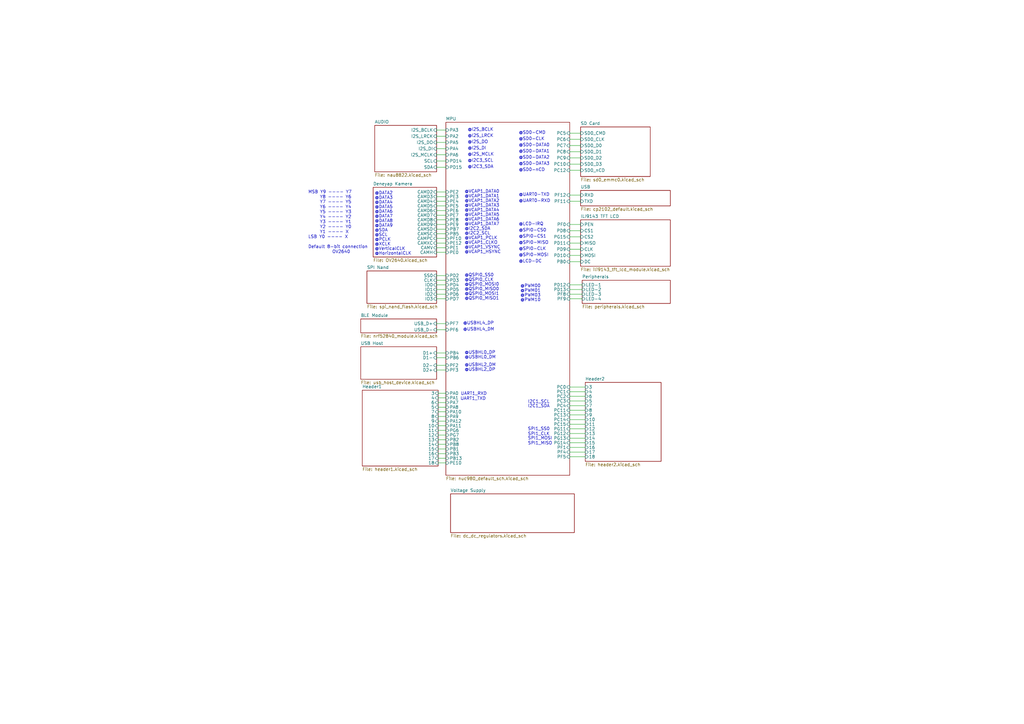
<source format=kicad_sch>
(kicad_sch
	(version 20231120)
	(generator "eeschema")
	(generator_version "8.0")
	(uuid "e63e39d7-6ac0-4ffd-8aa3-1841a4541b55")
	(paper "A3")
	(title_block
		(title "Linux-Core-Board V2")
		(date "2024-05-30")
		(rev "v1.0.2")
		(comment 1 "Author : Turgay HOPAL")
	)
	(lib_symbols)
	(wire
		(pts
			(xy 233.68 168.275) (xy 240.03 168.275)
		)
		(stroke
			(width 0)
			(type default)
		)
		(uuid "0321adb0-fb9b-4bd6-9c85-cdba61160fec")
	)
	(wire
		(pts
			(xy 179.705 182.245) (xy 182.88 182.245)
		)
		(stroke
			(width 0)
			(type default)
		)
		(uuid "065981aa-cd11-4cd2-b6d6-2dfaf1952857")
	)
	(wire
		(pts
			(xy 179.07 95.885) (xy 182.88 95.885)
		)
		(stroke
			(width 0)
			(type default)
		)
		(uuid "07284362-775e-402f-8f22-dcc687533e8f")
	)
	(wire
		(pts
			(xy 179.07 151.765) (xy 182.88 151.765)
		)
		(stroke
			(width 0)
			(type default)
		)
		(uuid "074cc05a-7fb4-4059-afe9-d8adf9735054")
	)
	(wire
		(pts
			(xy 179.07 132.715) (xy 182.88 132.715)
		)
		(stroke
			(width 0)
			(type default)
		)
		(uuid "112338a9-9a35-4209-b59e-bf40181c18d8")
	)
	(wire
		(pts
			(xy 179.07 88.265) (xy 182.88 88.265)
		)
		(stroke
			(width 0)
			(type default)
		)
		(uuid "11ad343a-ea40-420e-8d83-80221d40ab93")
	)
	(wire
		(pts
			(xy 179.07 118.745) (xy 182.88 118.745)
		)
		(stroke
			(width 0)
			(type default)
		)
		(uuid "1239fcdf-cd07-4d38-9cc0-570657531eb7")
	)
	(wire
		(pts
			(xy 179.07 80.645) (xy 182.88 80.645)
		)
		(stroke
			(width 0)
			(type default)
		)
		(uuid "138133c9-52ff-4f0f-aebf-6b5ba925becc")
	)
	(wire
		(pts
			(xy 233.68 162.56) (xy 240.03 162.56)
		)
		(stroke
			(width 0)
			(type default)
		)
		(uuid "170bc510-bd77-4d32-9f62-b752bea8a166")
	)
	(wire
		(pts
			(xy 179.705 165.1) (xy 182.88 165.1)
		)
		(stroke
			(width 0)
			(type default)
		)
		(uuid "18873536-713a-4a51-979c-ecccb31a2fbb")
	)
	(wire
		(pts
			(xy 233.68 118.745) (xy 238.76 118.745)
		)
		(stroke
			(width 0)
			(type default)
		)
		(uuid "19e204e8-b0ff-4323-bd71-2aeaeb42500b")
	)
	(wire
		(pts
			(xy 179.07 60.96) (xy 182.88 60.96)
		)
		(stroke
			(width 0)
			(type default)
		)
		(uuid "1df303ef-81dd-4f2d-b278-481c92a7a2b7")
	)
	(wire
		(pts
			(xy 179.07 84.455) (xy 182.88 84.455)
		)
		(stroke
			(width 0)
			(type default)
		)
		(uuid "1f03b31c-d7e6-4217-82be-6ec62fbdedf6")
	)
	(wire
		(pts
			(xy 233.68 187.325) (xy 240.03 187.325)
		)
		(stroke
			(width 0)
			(type default)
		)
		(uuid "1f696e66-b0b4-4989-b8ec-759ebd29bf02")
	)
	(wire
		(pts
			(xy 233.68 170.18) (xy 240.03 170.18)
		)
		(stroke
			(width 0)
			(type default)
		)
		(uuid "2595b05e-a3c0-4a7d-8374-3092c92eaad7")
	)
	(wire
		(pts
			(xy 233.68 164.465) (xy 240.03 164.465)
		)
		(stroke
			(width 0)
			(type default)
		)
		(uuid "2b4d4ae7-e086-4517-8501-a3945daef1a3")
	)
	(wire
		(pts
			(xy 179.07 55.88) (xy 182.88 55.88)
		)
		(stroke
			(width 0)
			(type default)
		)
		(uuid "2c415ada-4029-4f1b-9ce3-b5de38909bf2")
	)
	(wire
		(pts
			(xy 233.68 57.15) (xy 238.125 57.15)
		)
		(stroke
			(width 0)
			(type default)
		)
		(uuid "2cf3e15d-5ae7-4b69-9bf0-3de53a8eaa4e")
	)
	(wire
		(pts
			(xy 233.68 181.61) (xy 240.03 181.61)
		)
		(stroke
			(width 0)
			(type default)
		)
		(uuid "2debed2b-5b2d-41e8-9b74-04aea85fa9e3")
	)
	(wire
		(pts
			(xy 179.705 172.72) (xy 182.88 172.72)
		)
		(stroke
			(width 0)
			(type default)
		)
		(uuid "2ec450fd-b677-4ad7-a958-13c3ba91bda3")
	)
	(wire
		(pts
			(xy 179.07 135.255) (xy 182.88 135.255)
		)
		(stroke
			(width 0)
			(type default)
		)
		(uuid "32b510c3-54d7-44bb-a637-7c76caae1b08")
	)
	(wire
		(pts
			(xy 179.07 116.84) (xy 182.88 116.84)
		)
		(stroke
			(width 0)
			(type default)
		)
		(uuid "357d4a2e-418a-451c-bab2-56b2c2d0df16")
	)
	(wire
		(pts
			(xy 233.68 158.75) (xy 240.03 158.75)
		)
		(stroke
			(width 0)
			(type default)
		)
		(uuid "37b0368b-fd8c-4fcd-9add-bc6ee770e99f")
	)
	(wire
		(pts
			(xy 179.07 149.86) (xy 182.88 149.86)
		)
		(stroke
			(width 0)
			(type default)
		)
		(uuid "38393200-ae30-4d9e-9ab6-88dcb260940a")
	)
	(wire
		(pts
			(xy 233.68 54.61) (xy 238.125 54.61)
		)
		(stroke
			(width 0)
			(type default)
		)
		(uuid "38b8fa2c-d839-499e-85a6-049eb8fc67da")
	)
	(wire
		(pts
			(xy 179.07 92.075) (xy 182.88 92.075)
		)
		(stroke
			(width 0)
			(type default)
		)
		(uuid "394bf138-7cca-472a-8665-622cdbe69a8c")
	)
	(wire
		(pts
			(xy 179.07 93.98) (xy 182.88 93.98)
		)
		(stroke
			(width 0)
			(type default)
		)
		(uuid "3a89b429-0473-4bfb-9c34-0fbcb5b408b0")
	)
	(wire
		(pts
			(xy 179.07 114.935) (xy 182.88 114.935)
		)
		(stroke
			(width 0)
			(type default)
		)
		(uuid "3ea95686-2d51-4aa4-82a6-5ae7e75813a1")
	)
	(wire
		(pts
			(xy 179.07 146.685) (xy 182.88 146.685)
		)
		(stroke
			(width 0)
			(type default)
		)
		(uuid "4e3c00c2-8df0-48b0-bf9d-ca8017dd77e5")
	)
	(wire
		(pts
			(xy 179.07 63.5) (xy 182.88 63.5)
		)
		(stroke
			(width 0)
			(type default)
		)
		(uuid "5149a085-0f90-4983-8b72-d11af1273cdd")
	)
	(wire
		(pts
			(xy 233.68 120.65) (xy 238.76 120.65)
		)
		(stroke
			(width 0)
			(type default)
		)
		(uuid "51bb89a5-4001-41d4-954a-5cceb798b4db")
	)
	(wire
		(pts
			(xy 233.68 102.235) (xy 238.125 102.235)
		)
		(stroke
			(width 0)
			(type default)
		)
		(uuid "585d3212-a3c9-4e4b-9e70-699cf5cc97bd")
	)
	(wire
		(pts
			(xy 233.68 82.55) (xy 238.125 82.55)
		)
		(stroke
			(width 0)
			(type default)
		)
		(uuid "5d187cab-239d-4341-81e1-20d58bb25c61")
	)
	(wire
		(pts
			(xy 233.68 59.69) (xy 238.125 59.69)
		)
		(stroke
			(width 0)
			(type default)
		)
		(uuid "5ddf7d78-3082-4b40-a3ac-176abdd0a5e0")
	)
	(wire
		(pts
			(xy 233.68 62.23) (xy 238.125 62.23)
		)
		(stroke
			(width 0)
			(type default)
		)
		(uuid "5ed3e6a4-6970-4c1e-843b-6aabbe5d5f5c")
	)
	(wire
		(pts
			(xy 179.705 187.96) (xy 182.88 187.96)
		)
		(stroke
			(width 0)
			(type default)
		)
		(uuid "5f073bca-e693-4f90-8b4b-b1558ee51967")
	)
	(wire
		(pts
			(xy 233.68 104.775) (xy 238.125 104.775)
		)
		(stroke
			(width 0)
			(type default)
		)
		(uuid "63914ce2-01d5-45cd-8c5a-b5a77d5c4a6d")
	)
	(wire
		(pts
			(xy 179.07 66.04) (xy 182.88 66.04)
		)
		(stroke
			(width 0)
			(type default)
		)
		(uuid "65d34188-aa8f-4c21-964e-c6d620d7cf84")
	)
	(wire
		(pts
			(xy 179.07 122.555) (xy 182.88 122.555)
		)
		(stroke
			(width 0)
			(type default)
		)
		(uuid "6c90bc9d-db8b-4979-b4c2-904421f0f481")
	)
	(wire
		(pts
			(xy 233.68 166.37) (xy 240.03 166.37)
		)
		(stroke
			(width 0)
			(type default)
		)
		(uuid "6d736950-d476-48a7-b6d0-4ef94efb1027")
	)
	(wire
		(pts
			(xy 233.68 94.615) (xy 238.125 94.615)
		)
		(stroke
			(width 0)
			(type default)
		)
		(uuid "6fec9653-4f4d-435f-bfb9-2726a899811d")
	)
	(wire
		(pts
			(xy 233.68 69.85) (xy 238.125 69.85)
		)
		(stroke
			(width 0)
			(type default)
		)
		(uuid "7372a668-1e06-4ddc-98ad-0b6fb29023bc")
	)
	(wire
		(pts
			(xy 179.07 99.695) (xy 182.88 99.695)
		)
		(stroke
			(width 0)
			(type default)
		)
		(uuid "796a623d-08ed-4d22-a2b4-d4a7b6f9cb48")
	)
	(wire
		(pts
			(xy 233.68 80.01) (xy 238.125 80.01)
		)
		(stroke
			(width 0)
			(type default)
		)
		(uuid "7a0793f7-6cc2-47b0-9acb-6e2e008e4ef6")
	)
	(wire
		(pts
			(xy 233.68 172.085) (xy 240.03 172.085)
		)
		(stroke
			(width 0)
			(type default)
		)
		(uuid "7da8793c-7163-4a79-a3af-908cfaea4adf")
	)
	(wire
		(pts
			(xy 179.07 101.6) (xy 182.88 101.6)
		)
		(stroke
			(width 0)
			(type default)
		)
		(uuid "7e079536-eff1-438f-8baa-640e2028979f")
	)
	(wire
		(pts
			(xy 179.705 184.15) (xy 182.88 184.15)
		)
		(stroke
			(width 0)
			(type default)
		)
		(uuid "81f8335e-a77c-4e22-b7f4-2df60bec6ffe")
	)
	(wire
		(pts
			(xy 233.68 122.555) (xy 238.76 122.555)
		)
		(stroke
			(width 0)
			(type default)
		)
		(uuid "82a084f6-7d6f-4780-9a2b-a9a6ddf81d72")
	)
	(wire
		(pts
			(xy 233.68 116.84) (xy 238.76 116.84)
		)
		(stroke
			(width 0)
			(type default)
		)
		(uuid "8491e617-23aa-4546-87c6-51e2db98b0a3")
	)
	(wire
		(pts
			(xy 179.705 180.34) (xy 182.88 180.34)
		)
		(stroke
			(width 0)
			(type default)
		)
		(uuid "85036263-2510-4f39-a830-0356ac07a26e")
	)
	(wire
		(pts
			(xy 179.705 186.055) (xy 182.88 186.055)
		)
		(stroke
			(width 0)
			(type default)
		)
		(uuid "873c2349-426c-45c9-9077-f377be5dfbb4")
	)
	(wire
		(pts
			(xy 233.68 67.31) (xy 238.125 67.31)
		)
		(stroke
			(width 0)
			(type default)
		)
		(uuid "88629a7b-dd7d-46d6-8f96-6cc196954553")
	)
	(wire
		(pts
			(xy 233.68 185.42) (xy 240.03 185.42)
		)
		(stroke
			(width 0)
			(type default)
		)
		(uuid "88852874-1050-47f4-9d88-9d689e859d77")
	)
	(wire
		(pts
			(xy 179.07 53.34) (xy 182.88 53.34)
		)
		(stroke
			(width 0)
			(type default)
		)
		(uuid "90b994b5-f780-40d8-9b63-5b992ff60321")
	)
	(wire
		(pts
			(xy 233.68 179.705) (xy 240.03 179.705)
		)
		(stroke
			(width 0)
			(type default)
		)
		(uuid "93131c79-1232-4545-96da-442457845549")
	)
	(wire
		(pts
			(xy 233.68 107.315) (xy 238.125 107.315)
		)
		(stroke
			(width 0)
			(type default)
		)
		(uuid "9954fcac-b37f-43be-a14a-cc9bac9f05ab")
	)
	(wire
		(pts
			(xy 179.07 82.55) (xy 182.88 82.55)
		)
		(stroke
			(width 0)
			(type default)
		)
		(uuid "9da7ec66-155a-4f64-83cc-d2bba8df8b33")
	)
	(wire
		(pts
			(xy 179.705 168.91) (xy 182.88 168.91)
		)
		(stroke
			(width 0)
			(type default)
		)
		(uuid "9e4ed2b6-0fa8-4a5d-b0e6-334ee6a2f670")
	)
	(wire
		(pts
			(xy 179.705 176.53) (xy 182.88 176.53)
		)
		(stroke
			(width 0)
			(type default)
		)
		(uuid "a0403233-789a-4fcc-8e7d-030a996e966f")
	)
	(wire
		(pts
			(xy 233.68 177.8) (xy 240.03 177.8)
		)
		(stroke
			(width 0)
			(type default)
		)
		(uuid "a3853144-e156-4604-b284-63d204d86297")
	)
	(wire
		(pts
			(xy 179.705 161.29) (xy 182.88 161.29)
		)
		(stroke
			(width 0)
			(type default)
		)
		(uuid "a47baf8f-1ffc-4df0-8060-e63279d9fb8c")
	)
	(wire
		(pts
			(xy 233.68 92.075) (xy 238.125 92.075)
		)
		(stroke
			(width 0)
			(type default)
		)
		(uuid "a860ef36-fc79-4c99-a9f8-75502cb52e4a")
	)
	(wire
		(pts
			(xy 179.07 58.42) (xy 182.88 58.42)
		)
		(stroke
			(width 0)
			(type default)
		)
		(uuid "b17a755d-b1fb-4da6-b375-d325e9b6af67")
	)
	(wire
		(pts
			(xy 179.07 78.74) (xy 182.88 78.74)
		)
		(stroke
			(width 0)
			(type default)
		)
		(uuid "b2611658-ca29-4df3-a743-9f7cda83f2af")
	)
	(wire
		(pts
			(xy 179.07 97.79) (xy 182.88 97.79)
		)
		(stroke
			(width 0)
			(type default)
		)
		(uuid "b9ea0086-2278-457c-bb1e-251c811fc5be")
	)
	(wire
		(pts
			(xy 179.07 113.03) (xy 182.88 113.03)
		)
		(stroke
			(width 0)
			(type default)
		)
		(uuid "ba7f6762-8262-401a-b66a-0ec7f9700469")
	)
	(wire
		(pts
			(xy 179.07 86.36) (xy 182.88 86.36)
		)
		(stroke
			(width 0)
			(type default)
		)
		(uuid "c1e6a9b3-5d23-4c6a-b509-8af9c5a1d866")
	)
	(wire
		(pts
			(xy 179.07 90.17) (xy 182.88 90.17)
		)
		(stroke
			(width 0)
			(type default)
		)
		(uuid "c3fac5ab-7148-40ae-a536-fd92ad0b1e0b")
	)
	(wire
		(pts
			(xy 179.705 189.865) (xy 182.88 189.865)
		)
		(stroke
			(width 0)
			(type default)
		)
		(uuid "c48e7213-3e11-4744-95ea-b4f0e1095276")
	)
	(wire
		(pts
			(xy 233.68 64.77) (xy 238.125 64.77)
		)
		(stroke
			(width 0)
			(type default)
		)
		(uuid "c7d0d943-145c-4284-9a34-396ea5cd6615")
	)
	(wire
		(pts
			(xy 233.68 160.655) (xy 240.03 160.655)
		)
		(stroke
			(width 0)
			(type default)
		)
		(uuid "c921493e-47a9-4ea8-bc0d-078b7473059b")
	)
	(wire
		(pts
			(xy 179.705 174.625) (xy 182.88 174.625)
		)
		(stroke
			(width 0)
			(type default)
		)
		(uuid "cb9c9e22-d297-4f86-a1ab-1985a03d3579")
	)
	(wire
		(pts
			(xy 179.07 120.65) (xy 182.88 120.65)
		)
		(stroke
			(width 0)
			(type default)
		)
		(uuid "cdfc3fd3-81cc-4e22-be37-a1706490444f")
	)
	(wire
		(pts
			(xy 179.07 68.58) (xy 182.88 68.58)
		)
		(stroke
			(width 0)
			(type default)
		)
		(uuid "d47e9a23-13d3-48a5-a96f-c9b3dc9558ad")
	)
	(wire
		(pts
			(xy 179.07 103.505) (xy 182.88 103.505)
		)
		(stroke
			(width 0)
			(type default)
		)
		(uuid "de4c379f-53bb-4618-9b31-0c50677718c3")
	)
	(wire
		(pts
			(xy 233.68 99.695) (xy 238.125 99.695)
		)
		(stroke
			(width 0)
			(type default)
		)
		(uuid "dfd878b6-5c09-4e82-8ed7-ae1a567ef17c")
	)
	(wire
		(pts
			(xy 179.705 170.815) (xy 182.88 170.815)
		)
		(stroke
			(width 0)
			(type default)
		)
		(uuid "e11d84a4-c015-4b61-a9b5-d560e0ad399c")
	)
	(wire
		(pts
			(xy 179.07 144.78) (xy 182.88 144.78)
		)
		(stroke
			(width 0)
			(type default)
		)
		(uuid "e7d38c25-26b5-4323-aaa0-74a89b0bc818")
	)
	(wire
		(pts
			(xy 179.705 178.435) (xy 182.88 178.435)
		)
		(stroke
			(width 0)
			(type default)
		)
		(uuid "eba98e7f-7016-4211-a84a-ac5ff55cda23")
	)
	(wire
		(pts
			(xy 233.68 97.155) (xy 238.125 97.155)
		)
		(stroke
			(width 0)
			(type default)
		)
		(uuid "edb1ec1f-0159-4104-b486-f2fd8664432f")
	)
	(wire
		(pts
			(xy 233.68 173.99) (xy 240.03 173.99)
		)
		(stroke
			(width 0)
			(type default)
		)
		(uuid "ef7ba420-f8f4-41df-848d-84638dcf84ef")
	)
	(wire
		(pts
			(xy 233.68 175.895) (xy 240.03 175.895)
		)
		(stroke
			(width 0)
			(type default)
		)
		(uuid "f590c7c7-0065-4dd4-b5b4-48d810f60e1e")
	)
	(wire
		(pts
			(xy 179.705 167.005) (xy 182.88 167.005)
		)
		(stroke
			(width 0)
			(type default)
		)
		(uuid "f9aa88f2-2983-425a-81d7-03ef2ddd9831")
	)
	(wire
		(pts
			(xy 233.68 183.515) (xy 240.03 183.515)
		)
		(stroke
			(width 0)
			(type default)
		)
		(uuid "fa982cb9-8e03-4254-8a50-fde41d600420")
	)
	(wire
		(pts
			(xy 179.705 163.195) (xy 182.88 163.195)
		)
		(stroke
			(width 0)
			(type default)
		)
		(uuid "fdc30770-9eea-45c3-9ff0-6cca5500aad4")
	)
	(text "@SD0-DATA0"
		(exclude_from_sim no)
		(at 212.725 60.325 0)
		(effects
			(font
				(size 1.27 1.27)
			)
			(justify left bottom)
		)
		(uuid "039ff179-6801-45f5-a5e3-35a9818ffd29")
	)
	(text "@USBHL2_DP"
		(exclude_from_sim no)
		(at 190.5 152.4 0)
		(effects
			(font
				(size 1.27 1.27)
			)
			(justify left bottom)
		)
		(uuid "0a0bbe97-59fc-4dd4-8855-30fb504e3369")
	)
	(text "@USBHL2_DM"
		(exclude_from_sim no)
		(at 190.5 150.495 0)
		(effects
			(font
				(size 1.27 1.27)
			)
			(justify left bottom)
		)
		(uuid "0b78682e-ed28-416d-b16a-72e5690e09f1")
	)
	(text "@I2C2_SCL"
		(exclude_from_sim no)
		(at 190.5 96.52 0)
		(effects
			(font
				(size 1.27 1.27)
			)
			(justify left bottom)
		)
		(uuid "0da7dccb-7446-47e8-91b9-7d45ea439bb8")
	)
	(text "@USBHL0_DM\n"
		(exclude_from_sim no)
		(at 190.5 147.32 0)
		(effects
			(font
				(size 1.27 1.27)
			)
			(justify left bottom)
		)
		(uuid "0df529aa-c5d4-4e32-ba8a-149c85b9edd5")
	)
	(text "@DATA8"
		(exclude_from_sim no)
		(at 153.67 91.44 0)
		(effects
			(font
				(size 1.27 1.27)
			)
			(justify left bottom)
		)
		(uuid "1d9f6245-260c-4cc2-8f77-5853aa8af798")
	)
	(text "@PWM03"
		(exclude_from_sim no)
		(at 213.36 121.92 0)
		(effects
			(font
				(size 1.27 1.27)
			)
			(justify left bottom)
		)
		(uuid "22ecadc8-35e5-44d4-b4a9-ca2b9265c96e")
	)
	(text "@I2S_BCLK"
		(exclude_from_sim no)
		(at 191.77 53.975 0)
		(effects
			(font
				(size 1.27 1.27)
			)
			(justify left bottom)
		)
		(uuid "22fc0ef5-fecc-4f32-97e8-751a4656b080")
	)
	(text "@USBHL4_DP"
		(exclude_from_sim no)
		(at 189.865 133.35 0)
		(effects
			(font
				(size 1.27 1.27)
			)
			(justify left bottom)
		)
		(uuid "2491ca37-6891-4a7d-be50-ab93b0fa163d")
	)
	(text "@UART0-RXD"
		(exclude_from_sim no)
		(at 212.725 83.185 0)
		(effects
			(font
				(size 1.27 1.27)
			)
			(justify left bottom)
		)
		(uuid "25ffbc9d-afa5-4e99-8062-924bb5f69da5")
	)
	(text "@VCAP1_DATA7"
		(exclude_from_sim no)
		(at 190.5 92.71 0)
		(effects
			(font
				(size 1.27 1.27)
			)
			(justify left bottom)
		)
		(uuid "279fe32e-f134-4b62-9d2c-fef85ae5e414")
	)
	(text "@VCAP1_DATA6"
		(exclude_from_sim no)
		(at 190.5 90.805 0)
		(effects
			(font
				(size 1.27 1.27)
			)
			(justify left bottom)
		)
		(uuid "296aa612-ecdd-4635-a1a9-8ac29575e6e7")
	)
	(text "@QSPI0_CLK"
		(exclude_from_sim no)
		(at 190.5 115.57 0)
		(effects
			(font
				(size 1.27 1.27)
			)
			(justify left bottom)
		)
		(uuid "2b2e2812-70c1-40cd-8203-c96f175fe56a")
	)
	(text "@USBHL0_DP"
		(exclude_from_sim no)
		(at 190.5 145.415 0)
		(effects
			(font
				(size 1.27 1.27)
			)
			(justify left bottom)
		)
		(uuid "2bcbd9c6-171a-44ae-ba7e-2ff41f83ce3b")
	)
	(text "@VerticalCLK"
		(exclude_from_sim no)
		(at 153.67 102.87 0)
		(effects
			(font
				(size 1.27 1.27)
			)
			(justify left bottom)
		)
		(uuid "2dbcf116-8f4f-44c6-8400-ab546297192e")
	)
	(text "@LCD-DC"
		(exclude_from_sim no)
		(at 212.725 107.95 0)
		(effects
			(font
				(size 1.27 1.27)
			)
			(justify left bottom)
		)
		(uuid "2e1878a2-fd23-44e4-a2a4-600fb7073646")
	)
	(text "@SD0-nCD"
		(exclude_from_sim no)
		(at 212.725 70.485 0)
		(effects
			(font
				(size 1.27 1.27)
			)
			(justify left bottom)
		)
		(uuid "309bfd55-5358-4d2b-8728-c967c199aa7c")
	)
	(text "@XCLK"
		(exclude_from_sim no)
		(at 153.67 100.965 0)
		(effects
			(font
				(size 1.27 1.27)
			)
			(justify left bottom)
		)
		(uuid "3159a8f6-d979-4cbc-82b4-87a191bcf73e")
	)
	(text "@SPI0-MOSI"
		(exclude_from_sim no)
		(at 212.725 105.41 0)
		(effects
			(font
				(size 1.27 1.27)
			)
			(justify left bottom)
		)
		(uuid "329ac9cf-ad89-4fa8-947c-54283c09006b")
	)
	(text "@USBHL4_DM"
		(exclude_from_sim no)
		(at 189.865 135.89 0)
		(effects
			(font
				(size 1.27 1.27)
			)
			(justify left bottom)
		)
		(uuid "36e416ec-cf04-41a0-bde3-a4ff97589b8b")
	)
	(text "@QSPI0_SS0"
		(exclude_from_sim no)
		(at 190.5 113.665 0)
		(effects
			(font
				(size 1.27 1.27)
			)
			(justify left bottom)
		)
		(uuid "3f82d221-3e3c-4083-943d-ce2dbb5f2388")
	)
	(text "@SD0-CLK"
		(exclude_from_sim no)
		(at 212.725 57.785 0)
		(effects
			(font
				(size 1.27 1.27)
			)
			(justify left bottom)
		)
		(uuid "40c0b4cb-b10f-4dc1-b11a-f574addd34c0")
	)
	(text "@PWM10"
		(exclude_from_sim no)
		(at 213.36 123.825 0)
		(effects
			(font
				(size 1.27 1.27)
			)
			(justify left bottom)
		)
		(uuid "49185de8-d9a8-465a-a623-e9b2f98d05fe")
	)
	(text "@DATA5\n"
		(exclude_from_sim no)
		(at 153.67 85.725 0)
		(effects
			(font
				(size 1.27 1.27)
			)
			(justify left bottom)
		)
		(uuid "4b99f978-db4d-4bb6-aaeb-2944a58bca0d")
	)
	(text "@VCAP1_DATA2"
		(exclude_from_sim no)
		(at 190.5 83.185 0)
		(effects
			(font
				(size 1.27 1.27)
			)
			(justify left bottom)
		)
		(uuid "4d8a1ac3-ca51-4c2c-8688-51d7a5d8b5e7")
	)
	(text "@SD0-DATA3"
		(exclude_from_sim no)
		(at 212.725 67.945 0)
		(effects
			(font
				(size 1.27 1.27)
			)
			(justify left bottom)
		)
		(uuid "5a58284e-4ae6-4d3a-acd7-64b5fbd73b04")
	)
	(text "I2C1_SDA"
		(exclude_from_sim no)
		(at 220.98 166.624 0)
		(effects
			(font
				(size 1.27 1.27)
			)
		)
		(uuid "650ff70b-9d3a-4a56-90ab-e945a08123ef")
	)
	(text "@VCAP1_CLKO"
		(exclude_from_sim no)
		(at 190.5 100.33 0)
		(effects
			(font
				(size 1.27 1.27)
			)
			(justify left bottom)
		)
		(uuid "656651e4-1c2a-4a3e-b3f6-275d4d02a277")
	)
	(text "@QSPI0_MOSI0"
		(exclude_from_sim no)
		(at 190.5 117.475 0)
		(effects
			(font
				(size 1.27 1.27)
			)
			(justify left bottom)
		)
		(uuid "65e7c4ba-0b7a-4ae0-ade1-366b19a82ab7")
	)
	(text "@SD0-CMD"
		(exclude_from_sim no)
		(at 212.725 55.245 0)
		(effects
			(font
				(size 1.27 1.27)
			)
			(justify left bottom)
		)
		(uuid "6b018b3a-7058-4276-aacd-68bb31056d51")
	)
	(text "@SD0-DATA2"
		(exclude_from_sim no)
		(at 212.725 65.405 0)
		(effects
			(font
				(size 1.27 1.27)
			)
			(justify left bottom)
		)
		(uuid "7026e124-ec96-4ffe-b4d1-8f7a3c543be8")
	)
	(text "@SPI0-CLK"
		(exclude_from_sim no)
		(at 212.725 102.87 0)
		(effects
			(font
				(size 1.27 1.27)
			)
			(justify left bottom)
		)
		(uuid "7c690158-9d67-4234-b21e-5b1ad0dd4632")
	)
	(text "@QSPI0_MISO1"
		(exclude_from_sim no)
		(at 190.5 123.19 0)
		(effects
			(font
				(size 1.27 1.27)
			)
			(justify left bottom)
		)
		(uuid "7d1dfd37-60fa-4fec-ac7a-233fe33eb6bd")
	)
	(text "@I2S_DI"
		(exclude_from_sim no)
		(at 191.77 61.595 0)
		(effects
			(font
				(size 1.27 1.27)
			)
			(justify left bottom)
		)
		(uuid "7ed1dd70-934a-4745-8255-8ee85d9e670e")
	)
	(text "SPI1_SS0"
		(exclude_from_sim no)
		(at 220.98 176.022 0)
		(effects
			(font
				(size 1.27 1.27)
			)
		)
		(uuid "8354acd2-f4e1-4158-8a82-16660d87fb58")
	)
	(text "@VCAP1_HSYNC"
		(exclude_from_sim no)
		(at 190.5 104.14 0)
		(effects
			(font
				(size 1.27 1.27)
			)
			(justify left bottom)
		)
		(uuid "842402e6-2968-4386-b1c9-202e20b638d0")
	)
	(text "@HorizontalCLK"
		(exclude_from_sim no)
		(at 153.67 104.775 0)
		(effects
			(font
				(size 1.27 1.27)
			)
			(justify left bottom)
		)
		(uuid "85aebcef-abf5-4b29-aa3a-c5924446e3c5")
	)
	(text "@I2S_DO"
		(exclude_from_sim no)
		(at 191.77 59.055 0)
		(effects
			(font
				(size 1.27 1.27)
			)
			(justify left bottom)
		)
		(uuid "85af5489-fe01-480e-81a2-95814131bab5")
	)
	(text "@SPI0-MISO"
		(exclude_from_sim no)
		(at 212.725 100.33 0)
		(effects
			(font
				(size 1.27 1.27)
			)
			(justify left bottom)
		)
		(uuid "8749a864-dc65-4b5c-9fa7-3ceb027021f2")
	)
	(text "@DATA9"
		(exclude_from_sim no)
		(at 153.67 93.345 0)
		(effects
			(font
				(size 1.27 1.27)
			)
			(justify left bottom)
		)
		(uuid "8ad14fca-22cb-4699-978d-4665661f5166")
	)
	(text "SPI1_MOSI"
		(exclude_from_sim no)
		(at 221.488 179.832 0)
		(effects
			(font
				(size 1.27 1.27)
			)
		)
		(uuid "9015113f-ff60-459a-a47c-41f1a8504ff9")
	)
	(text "@DATA4"
		(exclude_from_sim no)
		(at 153.67 83.82 0)
		(effects
			(font
				(size 1.27 1.27)
			)
			(justify left bottom)
		)
		(uuid "90a5eedb-6cd4-4101-ad2c-e6250c92253c")
	)
	(text "@SD0-DATA1\n"
		(exclude_from_sim no)
		(at 212.725 62.865 0)
		(effects
			(font
				(size 1.27 1.27)
			)
			(justify left bottom)
		)
		(uuid "9bca1d52-924f-4ea6-8b36-4ab2a34eeed6")
	)
	(text "@I2C3_SCL"
		(exclude_from_sim no)
		(at 191.77 66.675 0)
		(effects
			(font
				(size 1.27 1.27)
			)
			(justify left bottom)
		)
		(uuid "9e92211c-479b-4249-95a8-672cafb393ba")
	)
	(text "@VCAP1_DATA4"
		(exclude_from_sim no)
		(at 190.5 86.995 0)
		(effects
			(font
				(size 1.27 1.27)
			)
			(justify left bottom)
		)
		(uuid "a32ec9b6-2af9-4469-9e38-6485c933504a")
	)
	(text "@PWM01"
		(exclude_from_sim no)
		(at 213.36 120.015 0)
		(effects
			(font
				(size 1.27 1.27)
			)
			(justify left bottom)
		)
		(uuid "a35f4fa7-7c97-45de-886c-46eaffea4b2a")
	)
	(text "SPI1_CLK"
		(exclude_from_sim no)
		(at 220.98 178.054 0)
		(effects
			(font
				(size 1.27 1.27)
			)
		)
		(uuid "a52e44b8-d045-4203-a613-ef4bab58475d")
	)
	(text "@VCAP1_DATA3"
		(exclude_from_sim no)
		(at 190.5 85.09 0)
		(effects
			(font
				(size 1.27 1.27)
			)
			(justify left bottom)
		)
		(uuid "aa2f690c-bfee-4b2b-b493-a86016a8076a")
	)
	(text "@QSPI0_MOSI1"
		(exclude_from_sim no)
		(at 190.5 121.285 0)
		(effects
			(font
				(size 1.27 1.27)
			)
			(justify left bottom)
		)
		(uuid "ab93e2b6-026b-478a-bafb-53d8e7a3ec83")
	)
	(text "@SPI0-CS1"
		(exclude_from_sim no)
		(at 212.725 97.79 0)
		(effects
			(font
				(size 1.27 1.27)
			)
			(justify left bottom)
		)
		(uuid "b52b7b17-e311-421c-8a43-4adb003953b0")
	)
	(text "UART1_TXD"
		(exclude_from_sim no)
		(at 194.056 163.576 0)
		(effects
			(font
				(size 1.27 1.27)
			)
		)
		(uuid "b73cdecb-d6e4-454b-9b39-5e0b2c32462f")
	)
	(text "@VCAP1_VSYNC"
		(exclude_from_sim no)
		(at 190.5 102.235 0)
		(effects
			(font
				(size 1.27 1.27)
			)
			(justify left bottom)
		)
		(uuid "b7af14e9-6f6e-49b5-886c-fa9f6186267e")
	)
	(text "@UART0-TXD"
		(exclude_from_sim no)
		(at 212.725 80.645 0)
		(effects
			(font
				(size 1.27 1.27)
			)
			(justify left bottom)
		)
		(uuid "bb54c2d3-821b-4e40-a25a-2550c4e05df8")
	)
	(text "@SPI0-CS0\n"
		(exclude_from_sim no)
		(at 212.725 95.25 0)
		(effects
			(font
				(size 1.27 1.27)
			)
			(justify left bottom)
		)
		(uuid "be0df7df-95fe-4308-bb07-c14ef6c5317c")
	)
	(text "@DATA6"
		(exclude_from_sim no)
		(at 153.67 87.63 0)
		(effects
			(font
				(size 1.27 1.27)
			)
			(justify left bottom)
		)
		(uuid "be875bf4-e6c5-43d9-9514-e602566fabab")
	)
	(text "@I2C2_SDA"
		(exclude_from_sim no)
		(at 190.5 94.615 0)
		(effects
			(font
				(size 1.27 1.27)
			)
			(justify left bottom)
		)
		(uuid "bfc0a13a-993c-4484-9600-1d3d7d83b987")
	)
	(text "@QSPI0_MISO0"
		(exclude_from_sim no)
		(at 190.5 119.38 0)
		(effects
			(font
				(size 1.27 1.27)
			)
			(justify left bottom)
		)
		(uuid "c069106e-b8e5-42cf-9ff4-ab9e855270e9")
	)
	(text "@DATA3\n"
		(exclude_from_sim no)
		(at 153.67 81.915 0)
		(effects
			(font
				(size 1.27 1.27)
			)
			(justify left bottom)
		)
		(uuid "c1c2cc54-3277-489e-b1cb-13ef98d4350f")
	)
	(text "@PCLK"
		(exclude_from_sim no)
		(at 153.67 99.06 0)
		(effects
			(font
				(size 1.27 1.27)
			)
			(justify left bottom)
		)
		(uuid "c3b00c05-758b-42cc-a176-641eb5d8982f")
	)
	(text "@I2S_LRCK"
		(exclude_from_sim no)
		(at 191.77 56.515 0)
		(effects
			(font
				(size 1.27 1.27)
			)
			(justify left bottom)
		)
		(uuid "c7f8b1dd-e138-41b4-a379-8e7ac202aba5")
	)
	(text "@SCL"
		(exclude_from_sim no)
		(at 153.67 97.155 0)
		(effects
			(font
				(size 1.27 1.27)
			)
			(justify left bottom)
		)
		(uuid "cb421cf5-7789-43f6-8d06-822672b4449f")
	)
	(text "MSB Y9 ---- Y7\n	Y8 ---- Y6\n	Y7 ---- Y5\n	Y6 ---- Y4\n	Y5 ---- Y3\n	Y4 ---- Y2\n	Y3 ---- Y1\n	Y2 ---- Y0\n	Y1 ---- X\nLSB Y0 ---- X\n\nDefault 8-bit connection\n		OV2640"
		(exclude_from_sim no)
		(at 126.365 104.14 0)
		(effects
			(font
				(size 1.27 1.27)
			)
			(justify left bottom)
		)
		(uuid "ccef4697-ea06-4ffe-8ddd-8cff5e248693")
	)
	(text "@I2C3_SDA"
		(exclude_from_sim no)
		(at 191.77 69.215 0)
		(effects
			(font
				(size 1.27 1.27)
			)
			(justify left bottom)
		)
		(uuid "cd2aa845-a955-418b-a48f-65ee4c4464dc")
	)
	(text "@VCAP1_DATA0"
		(exclude_from_sim no)
		(at 190.5 79.375 0)
		(effects
			(font
				(size 1.27 1.27)
			)
			(justify left bottom)
		)
		(uuid "cdce6715-1b6a-4e77-915d-f52a35783905")
	)
	(text "I2C1_SCL\n"
		(exclude_from_sim no)
		(at 220.98 164.846 0)
		(effects
			(font
				(size 1.27 1.27)
			)
		)
		(uuid "ce0eadaf-df62-48dd-84d1-b3eaafacaadb")
	)
	(text "@PWM00"
		(exclude_from_sim no)
		(at 213.36 118.11 0)
		(effects
			(font
				(size 1.27 1.27)
			)
			(justify left bottom)
		)
		(uuid "d4046af0-a2dd-446e-8f8c-741f8a2b8f38")
	)
	(text "@I2S_MCLK"
		(exclude_from_sim no)
		(at 191.77 64.135 0)
		(effects
			(font
				(size 1.27 1.27)
			)
			(justify left bottom)
		)
		(uuid "d41d6dfe-8018-4eaa-9a93-cd7f1a5add7f")
	)
	(text "UART1_RXD"
		(exclude_from_sim no)
		(at 194.31 161.544 0)
		(effects
			(font
				(size 1.27 1.27)
			)
		)
		(uuid "d49bc2fb-2d5e-4894-977a-093ef411b04d")
	)
	(text "@DATA2"
		(exclude_from_sim no)
		(at 153.67 80.01 0)
		(effects
			(font
				(size 1.27 1.27)
			)
			(justify left bottom)
		)
		(uuid "db4f08c4-0440-47aa-a95e-90d8729f5436")
	)
	(text "@VCAP1_PCLK"
		(exclude_from_sim no)
		(at 190.5 98.425 0)
		(effects
			(font
				(size 1.27 1.27)
			)
			(justify left bottom)
		)
		(uuid "e1ce6cbe-8b62-4f14-9e70-fc12b214f0f2")
	)
	(text "@VCAP1_DATA5"
		(exclude_from_sim no)
		(at 190.5 88.9 0)
		(effects
			(font
				(size 1.27 1.27)
			)
			(justify left bottom)
		)
		(uuid "e4ece3f4-2d2f-41fc-ba99-23cb1a6359c7")
	)
	(text "@DATA7\n"
		(exclude_from_sim no)
		(at 153.67 89.535 0)
		(effects
			(font
				(size 1.27 1.27)
			)
			(justify left bottom)
		)
		(uuid "eba6e263-8d13-4baa-90c6-0d0b3fac9a25")
	)
	(text "SPI1_MISO"
		(exclude_from_sim no)
		(at 221.488 181.864 0)
		(effects
			(font
				(size 1.27 1.27)
			)
		)
		(uuid "ee97127f-e1ca-4c4d-a317-0ad936e61b7e")
	)
	(text "@SDA"
		(exclude_from_sim no)
		(at 153.67 95.25 0)
		(effects
			(font
				(size 1.27 1.27)
			)
			(justify left bottom)
		)
		(uuid "f0534b61-07b7-4103-bd9f-4c665f38e12e")
	)
	(text "@VCAP1_DATA1\n"
		(exclude_from_sim no)
		(at 190.5 81.28 0)
		(effects
			(font
				(size 1.27 1.27)
			)
			(justify left bottom)
		)
		(uuid "f2ba3283-5251-4124-b186-747b136b332c")
	)
	(text "@LCD-IRQ"
		(exclude_from_sim no)
		(at 212.725 92.71 0)
		(effects
			(font
				(size 1.27 1.27)
			)
			(justify left bottom)
		)
		(uuid "fc0e24e5-a9ee-4714-830c-eb171fd37f0b")
	)
	(sheet
		(at 182.88 50.165)
		(size 50.8 144.78)
		(fields_autoplaced yes)
		(stroke
			(width 0.1524)
			(type solid)
		)
		(fill
			(color 0 0 0 0.0000)
		)
		(uuid "336ec01a-85b7-463e-8481-a3e5faca69d9")
		(property "Sheetname" "MPU"
			(at 182.88 49.4534 0)
			(effects
				(font
					(size 1.27 1.27)
				)
				(justify left bottom)
			)
		)
		(property "Sheetfile" "nuc980_default_sch.kicad_sch"
			(at 182.88 195.5296 0)
			(effects
				(font
					(size 1.27 1.27)
				)
				(justify left top)
			)
		)
		(pin "PD9" input
			(at 233.68 102.235 0)
			(effects
				(font
					(size 1.27 1.27)
				)
				(justify right)
			)
			(uuid "ffb84e45-157e-4f2d-933d-ac5e7ea2f1b0")
		)
		(pin "PD8" input
			(at 233.68 94.615 0)
			(effects
				(font
					(size 1.27 1.27)
				)
				(justify right)
			)
			(uuid "09d10026-cfca-433b-b3a9-df7715f8f359")
		)
		(pin "PB0" input
			(at 233.68 107.315 0)
			(effects
				(font
					(size 1.27 1.27)
				)
				(justify right)
			)
			(uuid "237736c8-3b30-4a52-a9e6-a48647a154f2")
		)
		(pin "PF0" input
			(at 233.68 92.075 0)
			(effects
				(font
					(size 1.27 1.27)
				)
				(justify right)
			)
			(uuid "395056c6-eb6d-4f91-88e9-e3ab13936a43")
		)
		(pin "PF12" input
			(at 233.68 80.01 0)
			(effects
				(font
					(size 1.27 1.27)
				)
				(justify right)
			)
			(uuid "d218a8a8-47fc-4945-93ae-7bf861aa1f2d")
		)
		(pin "PF10" input
			(at 182.88 97.79 180)
			(effects
				(font
					(size 1.27 1.27)
				)
				(justify left)
			)
			(uuid "a6900610-c43b-4087-bc70-872a0dab77ec")
		)
		(pin "PF11" input
			(at 233.68 82.55 0)
			(effects
				(font
					(size 1.27 1.27)
				)
				(justify right)
			)
			(uuid "caa1c318-577f-4730-b246-901ec02aee72")
		)
		(pin "PD10" input
			(at 233.68 104.775 0)
			(effects
				(font
					(size 1.27 1.27)
				)
				(justify right)
			)
			(uuid "b73073e6-e8bf-481e-8c10-a50a243aadf8")
		)
		(pin "PD11" input
			(at 233.68 99.695 0)
			(effects
				(font
					(size 1.27 1.27)
				)
				(justify right)
			)
			(uuid "bab9e50a-5ccf-40f2-97ad-7bd834962dde")
		)
		(pin "PD15" input
			(at 182.88 68.58 180)
			(effects
				(font
					(size 1.27 1.27)
				)
				(justify left)
			)
			(uuid "8bfd837f-b25d-4124-b691-cc491e84c632")
		)
		(pin "PD14" input
			(at 182.88 66.04 180)
			(effects
				(font
					(size 1.27 1.27)
				)
				(justify left)
			)
			(uuid "99724312-5168-4d27-a077-becdf05f866c")
		)
		(pin "PA3" input
			(at 182.88 53.34 180)
			(effects
				(font
					(size 1.27 1.27)
				)
				(justify left)
			)
			(uuid "dc2a6ca0-3b6c-4995-99fb-b0897bda8e9a")
		)
		(pin "PA5" input
			(at 182.88 58.42 180)
			(effects
				(font
					(size 1.27 1.27)
				)
				(justify left)
			)
			(uuid "cb12e016-552d-4907-bf88-526a052911c1")
		)
		(pin "PA4" input
			(at 182.88 60.96 180)
			(effects
				(font
					(size 1.27 1.27)
				)
				(justify left)
			)
			(uuid "3f486186-6361-4dcb-aac0-e276766b7b70")
		)
		(pin "PA2" input
			(at 182.88 55.88 180)
			(effects
				(font
					(size 1.27 1.27)
				)
				(justify left)
			)
			(uuid "2536f79c-ddcd-4d0a-9b8b-605fc1e9d0b1")
		)
		(pin "PA6" input
			(at 182.88 63.5 180)
			(effects
				(font
					(size 1.27 1.27)
				)
				(justify left)
			)
			(uuid "2ffdd541-544e-4613-aff3-8cbd8cdc8f2b")
		)
		(pin "PC8" input
			(at 233.68 62.23 0)
			(effects
				(font
					(size 1.27 1.27)
				)
				(justify right)
			)
			(uuid "3c689332-6608-4c5b-9266-7a5843c37063")
		)
		(pin "PC10" input
			(at 233.68 67.31 0)
			(effects
				(font
					(size 1.27 1.27)
				)
				(justify right)
			)
			(uuid "a1ebb0d2-4536-4ef9-b879-f3593ba9451d")
		)
		(pin "PC9" input
			(at 233.68 64.77 0)
			(effects
				(font
					(size 1.27 1.27)
				)
				(justify right)
			)
			(uuid "7eaf8162-eb6b-48c9-91c0-428795d3e6d8")
		)
		(pin "PC12" input
			(at 233.68 69.85 0)
			(effects
				(font
					(size 1.27 1.27)
				)
				(justify right)
			)
			(uuid "4cb049a8-3d4d-4c6c-94f5-9f08ceac5b3b")
		)
		(pin "PC5" input
			(at 233.68 54.61 0)
			(effects
				(font
					(size 1.27 1.27)
				)
				(justify right)
			)
			(uuid "74e42a27-696e-48cb-9f04-487e34e2b66b")
		)
		(pin "PC7" input
			(at 233.68 59.69 0)
			(effects
				(font
					(size 1.27 1.27)
				)
				(justify right)
			)
			(uuid "92e34473-c5e5-4776-b69e-da7962a6a13d")
		)
		(pin "PC6" input
			(at 233.68 57.15 0)
			(effects
				(font
					(size 1.27 1.27)
				)
				(justify right)
			)
			(uuid "145fe02a-25cd-47fb-9df4-a909352d1942")
		)
		(pin "PE7" input
			(at 182.88 88.265 180)
			(effects
				(font
					(size 1.27 1.27)
				)
				(justify left)
			)
			(uuid "69db7a25-25b9-4716-8d4e-3639292097e3")
		)
		(pin "PE4" input
			(at 182.88 82.55 180)
			(effects
				(font
					(size 1.27 1.27)
				)
				(justify left)
			)
			(uuid "2712bb77-0756-49ad-9226-7698d7c2d3cd")
		)
		(pin "PE1" input
			(at 182.88 101.6 180)
			(effects
				(font
					(size 1.27 1.27)
				)
				(justify left)
			)
			(uuid "7117fbca-b331-4619-9dfa-a609031d9302")
		)
		(pin "PE0" input
			(at 182.88 103.505 180)
			(effects
				(font
					(size 1.27 1.27)
				)
				(justify left)
			)
			(uuid "1b0985d3-87e9-41df-8e35-d87912bbb43b")
		)
		(pin "PE2" input
			(at 182.88 78.74 180)
			(effects
				(font
					(size 1.27 1.27)
				)
				(justify left)
			)
			(uuid "366df58f-97fa-4e38-80c9-2cffc86d3d91")
		)
		(pin "PE6" input
			(at 182.88 86.36 180)
			(effects
				(font
					(size 1.27 1.27)
				)
				(justify left)
			)
			(uuid "a527f349-b262-47dc-ad7f-1bf53daa000f")
		)
		(pin "PE5" input
			(at 182.88 84.455 180)
			(effects
				(font
					(size 1.27 1.27)
				)
				(justify left)
			)
			(uuid "379042a1-dbeb-48ae-a23a-fd26858847e2")
		)
		(pin "PE3" input
			(at 182.88 80.645 180)
			(effects
				(font
					(size 1.27 1.27)
				)
				(justify left)
			)
			(uuid "ff6a6095-7853-46a1-9ac1-5c7e9ad8f9b5")
		)
		(pin "PE12" input
			(at 182.88 99.695 180)
			(effects
				(font
					(size 1.27 1.27)
				)
				(justify left)
			)
			(uuid "d61fdd6b-1706-47e5-ae5d-e42a12870665")
		)
		(pin "PE8" input
			(at 182.88 90.17 180)
			(effects
				(font
					(size 1.27 1.27)
				)
				(justify left)
			)
			(uuid "38611115-9535-4c1c-b46c-d417132ef8e7")
		)
		(pin "PE10" input
			(at 182.88 189.865 180)
			(effects
				(font
					(size 1.27 1.27)
				)
				(justify left)
			)
			(uuid "9b8d6677-3bc0-482d-98fc-e078283cf23a")
		)
		(pin "PE9" input
			(at 182.88 92.075 180)
			(effects
				(font
					(size 1.27 1.27)
				)
				(justify left)
			)
			(uuid "985fd301-8806-4a27-b252-5d0466ef28dd")
		)
		(pin "PG11" input
			(at 233.68 175.895 0)
			(effects
				(font
					(size 1.27 1.27)
				)
				(justify right)
			)
			(uuid "3351fe90-1fd8-4067-a5c1-fb16b35ac9a8")
		)
		(pin "PG14" input
			(at 233.68 181.61 0)
			(effects
				(font
					(size 1.27 1.27)
				)
				(justify right)
			)
			(uuid "1fcbf007-6926-4cf0-8aee-e14366b24649")
		)
		(pin "PG15" input
			(at 233.68 97.155 0)
			(effects
				(font
					(size 1.27 1.27)
				)
				(justify right)
			)
			(uuid "432acc78-3ab8-49fa-9490-a9f8f65ebd6e")
		)
		(pin "PG13" input
			(at 233.68 179.705 0)
			(effects
				(font
					(size 1.27 1.27)
				)
				(justify right)
			)
			(uuid "d6843f59-b4a0-4d33-8844-8f6c1545f69c")
		)
		(pin "PG12" input
			(at 233.68 177.8 0)
			(effects
				(font
					(size 1.27 1.27)
				)
				(justify right)
			)
			(uuid "825acc12-628d-4200-b28f-e9e22ad22753")
		)
		(pin "PC15" input
			(at 233.68 173.99 0)
			(effects
				(font
					(size 1.27 1.27)
				)
				(justify right)
			)
			(uuid "1320231b-749e-46e1-886c-03e299485e92")
		)
		(pin "PC11" input
			(at 233.68 168.275 0)
			(effects
				(font
					(size 1.27 1.27)
				)
				(justify right)
			)
			(uuid "0ba440f3-b9b7-4ea2-9a14-2d6f6a8517a2")
		)
		(pin "PC14" input
			(at 233.68 172.085 0)
			(effects
				(font
					(size 1.27 1.27)
				)
				(justify right)
			)
			(uuid "f60cb1da-4ab3-4dc2-b4e4-26b84cdcdcaf")
		)
		(pin "PC13" input
			(at 233.68 170.18 0)
			(effects
				(font
					(size 1.27 1.27)
				)
				(justify right)
			)
			(uuid "c1ba28ce-8c39-4c8c-a418-e1a93d005548")
		)
		(pin "PA7" input
			(at 182.88 165.1 180)
			(effects
				(font
					(size 1.27 1.27)
				)
				(justify left)
			)
			(uuid "74544b0e-530b-42fb-a1bd-46b86c7e5fab")
		)
		(pin "PA0" input
			(at 182.88 161.29 180)
			(effects
				(font
					(size 1.27 1.27)
				)
				(justify left)
			)
			(uuid "d63839e6-ad1c-456b-835f-cc7e88e9a62e")
		)
		(pin "PA1" input
			(at 182.88 163.195 180)
			(effects
				(font
					(size 1.27 1.27)
				)
				(justify left)
			)
			(uuid "c1fc92a7-99c3-4259-9944-b70eea48e63a")
		)
		(pin "PA8" input
			(at 182.88 167.005 180)
			(effects
				(font
					(size 1.27 1.27)
				)
				(justify left)
			)
			(uuid "5415122f-2e95-42c0-8b8b-41a37586b204")
		)
		(pin "PA10" input
			(at 182.88 168.91 180)
			(effects
				(font
					(size 1.27 1.27)
				)
				(justify left)
			)
			(uuid "9e0665cd-48c3-457f-96ef-5fe81e38af40")
		)
		(pin "PA12" input
			(at 182.88 172.72 180)
			(effects
				(font
					(size 1.27 1.27)
				)
				(justify left)
			)
			(uuid "d6a80338-43bd-47e7-8abf-87d4fc8e4f51")
		)
		(pin "PA11" input
			(at 182.88 174.625 180)
			(effects
				(font
					(size 1.27 1.27)
				)
				(justify left)
			)
			(uuid "9151752b-4166-4964-a146-bcfd5abfbf6b")
		)
		(pin "PA9" input
			(at 182.88 170.815 180)
			(effects
				(font
					(size 1.27 1.27)
				)
				(justify left)
			)
			(uuid "779bf287-8145-4b41-96f1-f7f62b8a151f")
		)
		(pin "PC2" input
			(at 233.68 162.56 0)
			(effects
				(font
					(size 1.27 1.27)
				)
				(justify right)
			)
			(uuid "98d6f8f7-f4a5-4352-952d-42a0f72bb2de")
		)
		(pin "PC0" input
			(at 233.68 158.75 0)
			(effects
				(font
					(size 1.27 1.27)
				)
				(justify right)
			)
			(uuid "aa919cf1-72e6-4630-b6f2-a4da4b99bf29")
		)
		(pin "PC1" input
			(at 233.68 160.655 0)
			(effects
				(font
					(size 1.27 1.27)
				)
				(justify right)
			)
			(uuid "99e50a58-5dc0-44a8-a9d9-00ec418e43f3")
		)
		(pin "PC3" input
			(at 233.68 164.465 0)
			(effects
				(font
					(size 1.27 1.27)
				)
				(justify right)
			)
			(uuid "eb01ad35-759a-43de-a2d5-8cb7aac2516f")
		)
		(pin "PB13" input
			(at 182.88 187.96 180)
			(effects
				(font
					(size 1.27 1.27)
				)
				(justify left)
			)
			(uuid "bd3e017a-0e9c-4253-84b4-1c8f163a26ea")
		)
		(pin "PB3" input
			(at 182.88 186.055 180)
			(effects
				(font
					(size 1.27 1.27)
				)
				(justify left)
			)
			(uuid "33df12c4-02a1-4017-8134-fcd03500bbb4")
		)
		(pin "PB8" input
			(at 182.88 182.245 180)
			(effects
				(font
					(size 1.27 1.27)
				)
				(justify left)
			)
			(uuid "9ab16651-5fe0-49ae-8b1f-c4c911e6eec3")
		)
		(pin "PB2" input
			(at 182.88 180.34 180)
			(effects
				(font
					(size 1.27 1.27)
				)
				(justify left)
			)
			(uuid "dee94454-ac18-4764-a002-5fb1d7d330d5")
		)
		(pin "PD3" input
			(at 182.88 114.935 180)
			(effects
				(font
					(size 1.27 1.27)
				)
				(justify left)
			)
			(uuid "29c3fccd-71b8-447b-93f8-22a7186e30e0")
		)
		(pin "PD4" input
			(at 182.88 116.84 180)
			(effects
				(font
					(size 1.27 1.27)
				)
				(justify left)
			)
			(uuid "8e1841a6-cc50-48b0-9750-7a19160ae2a6")
		)
		(pin "PD2" input
			(at 182.88 113.03 180)
			(effects
				(font
					(size 1.27 1.27)
				)
				(justify left)
			)
			(uuid "ed979fc4-09d7-48ad-b77e-8e10213838b6")
		)
		(pin "PB1" input
			(at 182.88 184.15 180)
			(effects
				(font
					(size 1.27 1.27)
				)
				(justify left)
			)
			(uuid "b4caa985-8ca5-4562-8d0c-ac389c02ec5a")
		)
		(pin "PB4" input
			(at 182.88 144.78 180)
			(effects
				(font
					(size 1.27 1.27)
				)
				(justify left)
			)
			(uuid "f833c70d-2910-49aa-b598-4eb2d2eb6901")
		)
		(pin "PB5" input
			(at 182.88 95.885 180)
			(effects
				(font
					(size 1.27 1.27)
				)
				(justify left)
			)
			(uuid "b13cb3ee-a1bf-4f9f-b4df-b19211d269b2")
		)
		(pin "PB6" input
			(at 182.88 146.685 180)
			(effects
				(font
					(size 1.27 1.27)
				)
				(justify left)
			)
			(uuid "88f05775-23f7-4ee4-92db-64164c51e5bc")
		)
		(pin "PB7" input
			(at 182.88 93.98 180)
			(effects
				(font
					(size 1.27 1.27)
				)
				(justify left)
			)
			(uuid "68278508-10a3-4bcd-9f8c-71bd5ffe4141")
		)
		(pin "PC4" input
			(at 233.68 166.37 0)
			(effects
				(font
					(size 1.27 1.27)
				)
				(justify right)
			)
			(uuid "21a6cb68-f2b1-432f-b8d3-aa276425ef64")
		)
		(pin "PD6" input
			(at 182.88 120.65 180)
			(effects
				(font
					(size 1.27 1.27)
				)
				(justify left)
			)
			(uuid "4f6151bc-0db8-420a-b151-1b0006eeb18e")
		)
		(pin "PD7" input
			(at 182.88 122.555 180)
			(effects
				(font
					(size 1.27 1.27)
				)
				(justify left)
			)
			(uuid "ca4c548f-e5ac-498f-a048-6464c70cc2f8")
		)
		(pin "PD5" input
			(at 182.88 118.745 180)
			(effects
				(font
					(size 1.27 1.27)
				)
				(justify left)
			)
			(uuid "8b185a8c-e3fa-4aea-ba8e-6b9f7d9bc68d")
		)
		(pin "PF9" input
			(at 233.68 122.555 0)
			(effects
				(font
					(size 1.27 1.27)
				)
				(justify right)
			)
			(uuid "6e54e4b0-c83b-400a-a754-6c8a4937b27b")
		)
		(pin "PF1" input
			(at 233.68 183.515 0)
			(effects
				(font
					(size 1.27 1.27)
				)
				(justify right)
			)
			(uuid "306485e8-ea5d-4123-804b-f1552f15e5c2")
		)
		(pin "PF2" input
			(at 182.88 149.86 180)
			(effects
				(font
					(size 1.27 1.27)
				)
				(justify left)
			)
			(uuid "384e25a9-2767-43a8-a10f-00cfb665d623")
		)
		(pin "PF3" input
			(at 182.88 151.765 180)
			(effects
				(font
					(size 1.27 1.27)
				)
				(justify left)
			)
			(uuid "eefccc18-6623-4853-ab25-a62feab50b2d")
		)
		(pin "PD13" input
			(at 233.68 118.745 0)
			(effects
				(font
					(size 1.27 1.27)
				)
				(justify right)
			)
			(uuid "0be11957-4cf9-4b80-810c-b92041e96b52")
		)
		(pin "PD12" input
			(at 233.68 116.84 0)
			(effects
				(font
					(size 1.27 1.27)
				)
				(justify right)
			)
			(uuid "ba1523c1-db02-4bca-804b-6556c392c999")
		)
		(pin "PF7" input
			(at 182.88 132.715 180)
			(effects
				(font
					(size 1.27 1.27)
				)
				(justify left)
			)
			(uuid "fd734dda-e0c3-48b3-a8a3-2bf0623bd4d3")
		)
		(pin "PF8" input
			(at 233.68 120.65 0)
			(effects
				(font
					(size 1.27 1.27)
				)
				(justify right)
			)
			(uuid "21ff2f4f-0ec8-44bf-bfc4-f4d389b010af")
		)
		(pin "PF5" input
			(at 233.68 187.325 0)
			(effects
				(font
					(size 1.27 1.27)
				)
				(justify right)
			)
			(uuid "b44d9a61-3a31-40de-868d-5ae8ad45693b")
		)
		(pin "PF6" input
			(at 182.88 135.255 180)
			(effects
				(font
					(size 1.27 1.27)
				)
				(justify left)
			)
			(uuid "dbd4497e-ce64-497d-a371-b6fd7bc7a8d4")
		)
		(pin "PG6" input
			(at 182.88 176.53 180)
			(effects
				(font
					(size 1.27 1.27)
				)
				(justify left)
			)
			(uuid "20232781-4ed3-4360-bf19-2f67c87f428d")
		)
		(pin "PG7" input
			(at 182.88 178.435 180)
			(effects
				(font
					(size 1.27 1.27)
				)
				(justify left)
			)
			(uuid "93c59668-1950-4258-953d-7f23c6ddd1d5")
		)
		(pin "PF4" input
			(at 233.68 185.42 0)
			(effects
				(font
					(size 1.27 1.27)
				)
				(justify right)
			)
			(uuid "a6e6aa86-0603-4910-94e3-ac67b53f17f6")
		)
		(instances
			(project "LinuxCore-v2"
				(path "/e63e39d7-6ac0-4ffd-8aa3-1841a4541b55"
					(page "2")
				)
			)
		)
	)
	(sheet
		(at 238.125 52.07)
		(size 28.575 20.32)
		(fields_autoplaced yes)
		(stroke
			(width 0.1524)
			(type solid)
		)
		(fill
			(color 0 0 0 0.0000)
		)
		(uuid "3931a92c-420c-4c0c-bef9-dd8be71519a8")
		(property "Sheetname" "SD Card"
			(at 238.125 51.3584 0)
			(effects
				(font
					(size 1.27 1.27)
				)
				(justify left bottom)
			)
		)
		(property "Sheetfile" "sd0_emmc0.kicad_sch"
			(at 238.125 72.9746 0)
			(effects
				(font
					(size 1.27 1.27)
				)
				(justify left top)
			)
		)
		(pin "SD0_nCD" input
			(at 238.125 69.85 180)
			(effects
				(font
					(size 1.27 1.27)
				)
				(justify left)
			)
			(uuid "cc9e95f5-2d55-4445-a7f2-59a06e30ea00")
		)
		(pin "SD0_D0" input
			(at 238.125 59.69 180)
			(effects
				(font
					(size 1.27 1.27)
				)
				(justify left)
			)
			(uuid "8c86da79-2e2e-4596-a9cf-783b6489e456")
		)
		(pin "SD0_D2" input
			(at 238.125 64.77 180)
			(effects
				(font
					(size 1.27 1.27)
				)
				(justify left)
			)
			(uuid "1fff2787-f8af-4b68-93a0-a2a064303f69")
		)
		(pin "SD0_D3" input
			(at 238.125 67.31 180)
			(effects
				(font
					(size 1.27 1.27)
				)
				(justify left)
			)
			(uuid "caff9222-a1d5-4349-bf33-ec4790908059")
		)
		(pin "SD0_CLK" input
			(at 238.125 57.15 180)
			(effects
				(font
					(size 1.27 1.27)
				)
				(justify left)
			)
			(uuid "342f656d-3d57-4b03-aeff-82b8efeb01b1")
		)
		(pin "SD0_CMD" input
			(at 238.125 54.61 180)
			(effects
				(font
					(size 1.27 1.27)
				)
				(justify left)
			)
			(uuid "638d949b-0f79-403f-8fd2-e7041a57d9eb")
		)
		(pin "SD0_D1" input
			(at 238.125 62.23 180)
			(effects
				(font
					(size 1.27 1.27)
				)
				(justify left)
			)
			(uuid "9fb4f3e1-5e9e-4c2d-964e-2cac802653b2")
		)
		(instances
			(project "LinuxCore-v2"
				(path "/e63e39d7-6ac0-4ffd-8aa3-1841a4541b55"
					(page "5")
				)
			)
		)
	)
	(sheet
		(at 238.125 78.105)
		(size 36.83 6.35)
		(fields_autoplaced yes)
		(stroke
			(width 0.1524)
			(type solid)
		)
		(fill
			(color 0 0 0 0.0000)
		)
		(uuid "4a2c724b-c391-4266-acb8-136b7c117c1b")
		(property "Sheetname" "USB"
			(at 238.125 77.3934 0)
			(effects
				(font
					(size 1.27 1.27)
				)
				(justify left bottom)
			)
		)
		(property "Sheetfile" "cp2102_default.kicad_sch"
			(at 238.125 85.0396 0)
			(effects
				(font
					(size 1.27 1.27)
				)
				(justify left top)
			)
		)
		(pin "RXD" input
			(at 238.125 80.01 180)
			(effects
				(font
					(size 1.27 1.27)
				)
				(justify left)
			)
			(uuid "b0bede1d-1de5-483b-8bef-1ea63a66eafb")
		)
		(pin "TXD" input
			(at 238.125 82.55 180)
			(effects
				(font
					(size 1.27 1.27)
				)
				(justify left)
			)
			(uuid "20c94eff-3a21-4063-82d3-3304d1ae2eaf")
		)
		(instances
			(project "LinuxCore-v2"
				(path "/e63e39d7-6ac0-4ffd-8aa3-1841a4541b55"
					(page "3")
				)
			)
		)
	)
	(sheet
		(at 150.495 111.125)
		(size 28.575 13.335)
		(fields_autoplaced yes)
		(stroke
			(width 0.1524)
			(type solid)
		)
		(fill
			(color 0 0 0 0.0000)
		)
		(uuid "696eb0a6-40fb-474c-8077-3cedc4de906b")
		(property "Sheetname" "SPI Nand"
			(at 150.495 110.4134 0)
			(effects
				(font
					(size 1.27 1.27)
				)
				(justify left bottom)
			)
		)
		(property "Sheetfile" "spi_nand_flash.kicad_sch"
			(at 150.495 125.0446 0)
			(effects
				(font
					(size 1.27 1.27)
				)
				(justify left top)
			)
		)
		(pin "IO3" input
			(at 179.07 122.555 0)
			(effects
				(font
					(size 1.27 1.27)
				)
				(justify right)
			)
			(uuid "549602ec-7fda-46ac-b275-6fbb6027a2fd")
		)
		(pin "CLK" input
			(at 179.07 114.935 0)
			(effects
				(font
					(size 1.27 1.27)
				)
				(justify right)
			)
			(uuid "a9b97a51-4494-4b4d-a1d2-32d3cf6bd00c")
		)
		(pin "IO0" input
			(at 179.07 116.84 0)
			(effects
				(font
					(size 1.27 1.27)
				)
				(justify right)
			)
			(uuid "c792996d-f655-4fd2-b581-3b50aaefef86")
		)
		(pin "SS0" input
			(at 179.07 113.03 0)
			(effects
				(font
					(size 1.27 1.27)
				)
				(justify right)
			)
			(uuid "c8cd11c3-b951-4219-9e51-032ec8a82daa")
		)
		(pin "IO1" input
			(at 179.07 118.745 0)
			(effects
				(font
					(size 1.27 1.27)
				)
				(justify right)
			)
			(uuid "dbeb15aa-5086-4ff3-8c60-e95717a43856")
		)
		(pin "IO2" input
			(at 179.07 120.65 0)
			(effects
				(font
					(size 1.27 1.27)
				)
				(justify right)
			)
			(uuid "430748d8-1d4e-4525-ba78-8f51ba9784bb")
		)
		(instances
			(project "LinuxCore-v2"
				(path "/e63e39d7-6ac0-4ffd-8aa3-1841a4541b55"
					(page "9")
				)
			)
		)
	)
	(sheet
		(at 147.955 142.24)
		(size 31.115 13.335)
		(fields_autoplaced yes)
		(stroke
			(width 0.1524)
			(type solid)
		)
		(fill
			(color 0 0 0 0.0000)
		)
		(uuid "79b4de69-8944-4838-9640-64879eb421e5")
		(property "Sheetname" "USB Host"
			(at 147.955 141.5284 0)
			(effects
				(font
					(size 1.27 1.27)
				)
				(justify left bottom)
			)
		)
		(property "Sheetfile" "usb_host_device.kicad_sch"
			(at 147.955 156.1596 0)
			(effects
				(font
					(size 1.27 1.27)
				)
				(justify left top)
			)
		)
		(pin "D1+" input
			(at 179.07 144.78 0)
			(effects
				(font
					(size 1.27 1.27)
				)
				(justify right)
			)
			(uuid "2afbfc88-8e0a-42d6-99a0-5cf8b98ff20d")
		)
		(pin "D1-" input
			(at 179.07 146.685 0)
			(effects
				(font
					(size 1.27 1.27)
				)
				(justify right)
			)
			(uuid "bcb8d4b8-5620-4498-a804-76e4ec6b2854")
		)
		(pin "D2-" input
			(at 179.07 149.86 0)
			(effects
				(font
					(size 1.27 1.27)
				)
				(justify right)
			)
			(uuid "a2d86883-b249-4253-935d-bfb3b0722505")
		)
		(pin "D2+" input
			(at 179.07 151.765 0)
			(effects
				(font
					(size 1.27 1.27)
				)
				(justify right)
			)
			(uuid "7a530624-93d1-45e9-b1b4-225841821f5c")
		)
		(instances
			(project "LinuxCore-v2"
				(path "/e63e39d7-6ac0-4ffd-8aa3-1841a4541b55"
					(page "11")
				)
			)
		)
	)
	(sheet
		(at 153.035 76.835)
		(size 26.035 28.575)
		(fields_autoplaced yes)
		(stroke
			(width 0.1524)
			(type solid)
		)
		(fill
			(color 0 0 0 0.0000)
		)
		(uuid "8e27b429-67c8-49bc-873c-129130c94978")
		(property "Sheetname" "Deneyap Kamera"
			(at 153.035 76.1234 0)
			(effects
				(font
					(size 1.27 1.27)
				)
				(justify left bottom)
			)
		)
		(property "Sheetfile" "OV2640.kicad_sch"
			(at 153.035 105.9946 0)
			(effects
				(font
					(size 1.27 1.27)
				)
				(justify left top)
			)
		)
		(pin "CAMD7" input
			(at 179.07 88.265 0)
			(effects
				(font
					(size 1.27 1.27)
				)
				(justify right)
			)
			(uuid "44e83935-da15-4f36-a4b7-2e4e1b9b0e17")
		)
		(pin "CAMD6" input
			(at 179.07 86.36 0)
			(effects
				(font
					(size 1.27 1.27)
				)
				(justify right)
			)
			(uuid "8899fca0-4904-4503-835e-f67ce864cdb0")
		)
		(pin "CAMPC" input
			(at 179.07 97.79 0)
			(effects
				(font
					(size 1.27 1.27)
				)
				(justify right)
			)
			(uuid "21f09d85-f2a7-4b8d-aba2-3bb88aec6e9b")
		)
		(pin "CAMD2" input
			(at 179.07 78.74 0)
			(effects
				(font
					(size 1.27 1.27)
				)
				(justify right)
			)
			(uuid "eed1a2ae-7124-4ff8-b5d4-8b626c261737")
		)
		(pin "CAMD3" input
			(at 179.07 80.645 0)
			(effects
				(font
					(size 1.27 1.27)
				)
				(justify right)
			)
			(uuid "6d995c17-fb48-48de-a68c-756f5a0a5d3c")
		)
		(pin "CAMD5" input
			(at 179.07 84.455 0)
			(effects
				(font
					(size 1.27 1.27)
				)
				(justify right)
			)
			(uuid "36657ad8-6b12-45f4-8369-2ccd3a3138a1")
		)
		(pin "CAMD4" input
			(at 179.07 82.55 0)
			(effects
				(font
					(size 1.27 1.27)
				)
				(justify right)
			)
			(uuid "7e716758-8f8f-4061-b5b6-27ec9f4f9bf6")
		)
		(pin "CAMD8" input
			(at 179.07 90.17 0)
			(effects
				(font
					(size 1.27 1.27)
				)
				(justify right)
			)
			(uuid "def26c5e-fa52-4048-b96d-ce560f4a066e")
		)
		(pin "CAMXC" input
			(at 179.07 99.695 0)
			(effects
				(font
					(size 1.27 1.27)
				)
				(justify right)
			)
			(uuid "fd7e220a-2742-4fb3-a937-c3f0f3341c15")
		)
		(pin "CAMD9" input
			(at 179.07 92.075 0)
			(effects
				(font
					(size 1.27 1.27)
				)
				(justify right)
			)
			(uuid "c8f96951-d595-4339-8aa5-f724192f3806")
		)
		(pin "CAMSD" input
			(at 179.07 93.98 0)
			(effects
				(font
					(size 1.27 1.27)
				)
				(justify right)
			)
			(uuid "22145c75-46cf-4c00-9448-7263b9de1ad3")
		)
		(pin "CAMV" input
			(at 179.07 101.6 0)
			(effects
				(font
					(size 1.27 1.27)
				)
				(justify right)
			)
			(uuid "0fe92622-edaf-4649-a46a-93ccceefe2a3")
		)
		(pin "CAMSC" input
			(at 179.07 95.885 0)
			(effects
				(font
					(size 1.27 1.27)
				)
				(justify right)
			)
			(uuid "fb9dc91c-26f6-45c5-af28-43cdca22f477")
		)
		(pin "CAMH" input
			(at 179.07 103.505 0)
			(effects
				(font
					(size 1.27 1.27)
				)
				(justify right)
			)
			(uuid "1dafe495-0b89-4dfa-b4c7-3f26a91451e1")
		)
		(instances
			(project "LinuxCore-v2"
				(path "/e63e39d7-6ac0-4ffd-8aa3-1841a4541b55"
					(page "8")
				)
			)
		)
	)
	(sheet
		(at 184.785 202.565)
		(size 50.8 15.875)
		(fields_autoplaced yes)
		(stroke
			(width 0.1524)
			(type solid)
		)
		(fill
			(color 0 0 0 0.0000)
		)
		(uuid "9e452b42-de08-4b99-b338-90acb32d4e47")
		(property "Sheetname" "Voltage Supply"
			(at 184.785 201.8534 0)
			(effects
				(font
					(size 1.27 1.27)
				)
				(justify left bottom)
			)
		)
		(property "Sheetfile" "dc_dc_regulators.kicad_sch"
			(at 184.785 219.0246 0)
			(effects
				(font
					(size 1.27 1.27)
				)
				(justify left top)
			)
		)
		(instances
			(project "LinuxCore-v2"
				(path "/e63e39d7-6ac0-4ffd-8aa3-1841a4541b55"
					(page "4")
				)
			)
		)
	)
	(sheet
		(at 148.59 160.02)
		(size 31.115 31.115)
		(fields_autoplaced yes)
		(stroke
			(width 0.1524)
			(type solid)
		)
		(fill
			(color 0 0 0 0.0000)
		)
		(uuid "be3b7dd2-aaad-495e-ae46-add4c15492d7")
		(property "Sheetname" "Header1"
			(at 148.59 159.3084 0)
			(effects
				(font
					(size 1.27 1.27)
				)
				(justify left bottom)
			)
		)
		(property "Sheetfile" "header1.kicad_sch"
			(at 148.59 191.7196 0)
			(effects
				(font
					(size 1.27 1.27)
				)
				(justify left top)
			)
		)
		(pin "15" input
			(at 179.705 184.15 0)
			(effects
				(font
					(size 1.27 1.27)
				)
				(justify right)
			)
			(uuid "33c2dfd6-4454-4ada-bf31-9c10b2e221e6")
		)
		(pin "11" input
			(at 179.705 176.53 0)
			(effects
				(font
					(size 1.27 1.27)
				)
				(justify right)
			)
			(uuid "7bee4cad-0941-4fdc-9bf8-3565e291ca5d")
		)
		(pin "13" input
			(at 179.705 180.34 0)
			(effects
				(font
					(size 1.27 1.27)
				)
				(justify right)
			)
			(uuid "cd70877a-ad73-41c7-a422-f9495190f642")
		)
		(pin "17" input
			(at 179.705 187.96 0)
			(effects
				(font
					(size 1.27 1.27)
				)
				(justify right)
			)
			(uuid "e83c6698-1799-4111-b6c4-b0e46e7c33fd")
		)
		(pin "10" input
			(at 179.705 174.625 0)
			(effects
				(font
					(size 1.27 1.27)
				)
				(justify right)
			)
			(uuid "8ebf76a8-3edb-4700-874f-ca9f68c0e20d")
		)
		(pin "8" input
			(at 179.705 170.815 0)
			(effects
				(font
					(size 1.27 1.27)
				)
				(justify right)
			)
			(uuid "4f088df9-6f26-4bbd-9a0f-645eb2322a19")
		)
		(pin "6" input
			(at 179.705 165.1 0)
			(effects
				(font
					(size 1.27 1.27)
				)
				(justify right)
			)
			(uuid "a6d2d144-a3ac-4784-862d-151f9500edaf")
		)
		(pin "4" input
			(at 179.705 163.195 0)
			(effects
				(font
					(size 1.27 1.27)
				)
				(justify right)
			)
			(uuid "7ff5c328-2066-4a46-8698-e7c141967482")
		)
		(pin "7" input
			(at 179.705 168.91 0)
			(effects
				(font
					(size 1.27 1.27)
				)
				(justify right)
			)
			(uuid "c9b3f20d-9cd1-41ec-9a88-cb668747e5a6")
		)
		(pin "5" input
			(at 179.705 167.005 0)
			(effects
				(font
					(size 1.27 1.27)
				)
				(justify right)
			)
			(uuid "0487295e-a937-4b1e-87bf-78d11442c5ae")
		)
		(pin "3" input
			(at 179.705 161.29 0)
			(effects
				(font
					(size 1.27 1.27)
				)
				(justify right)
			)
			(uuid "165c51df-0f75-4fde-abef-880e94ed8d85")
		)
		(pin "9" input
			(at 179.705 172.72 0)
			(effects
				(font
					(size 1.27 1.27)
				)
				(justify right)
			)
			(uuid "64cdaa14-f1e3-46f4-807c-4b07c27bed6d")
		)
		(pin "12" input
			(at 179.705 178.435 0)
			(effects
				(font
					(size 1.27 1.27)
				)
				(justify right)
			)
			(uuid "da9c68a0-34b2-402d-962b-0c9991bf6ac6")
		)
		(pin "14" input
			(at 179.705 182.245 0)
			(effects
				(font
					(size 1.27 1.27)
				)
				(justify right)
			)
			(uuid "2437c857-0441-4e6f-8961-9a4a6266388f")
		)
		(pin "16" input
			(at 179.705 186.055 0)
			(effects
				(font
					(size 1.27 1.27)
				)
				(justify right)
			)
			(uuid "c05edeb7-837e-49b3-83e9-9296ee731868")
		)
		(pin "18" input
			(at 179.705 189.865 0)
			(effects
				(font
					(size 1.27 1.27)
				)
				(justify right)
			)
			(uuid "f9d99a86-0073-45fe-be18-5c03e111af84")
		)
		(instances
			(project "LinuxCore-v2"
				(path "/e63e39d7-6ac0-4ffd-8aa3-1841a4541b55"
					(page "13")
				)
			)
		)
	)
	(sheet
		(at 153.67 51.435)
		(size 25.4 19.05)
		(fields_autoplaced yes)
		(stroke
			(width 0.1524)
			(type solid)
		)
		(fill
			(color 0 0 0 0.0000)
		)
		(uuid "c1575fd6-3cdf-4ae6-9e1d-63d9b4c92c03")
		(property "Sheetname" "AUDIO"
			(at 153.67 50.7234 0)
			(effects
				(font
					(size 1.27 1.27)
				)
				(justify left bottom)
			)
		)
		(property "Sheetfile" "nau8822.kicad_sch"
			(at 153.67 71.0696 0)
			(effects
				(font
					(size 1.27 1.27)
				)
				(justify left top)
			)
		)
		(pin "I2S_BCLK" input
			(at 179.07 53.34 0)
			(effects
				(font
					(size 1.27 1.27)
				)
				(justify right)
			)
			(uuid "b11eec1b-d5f5-4d52-8c76-22c2182b2f26")
		)
		(pin "I2S_LRCK" input
			(at 179.07 55.88 0)
			(effects
				(font
					(size 1.27 1.27)
				)
				(justify right)
			)
			(uuid "12c8c001-cba8-4bb6-ba7d-823b42bf276a")
		)
		(pin "I2S_DO" input
			(at 179.07 58.42 0)
			(effects
				(font
					(size 1.27 1.27)
				)
				(justify right)
			)
			(uuid "057c78ba-9347-4797-b84d-fa0f3368ca0f")
		)
		(pin "I2S_DI" input
			(at 179.07 60.96 0)
			(effects
				(font
					(size 1.27 1.27)
				)
				(justify right)
			)
			(uuid "37ee5b8c-f8c3-4ac7-bb86-9bb655779f28")
		)
		(pin "I2S_MCLK" input
			(at 179.07 63.5 0)
			(effects
				(font
					(size 1.27 1.27)
				)
				(justify right)
			)
			(uuid "1714ab1f-cf53-4268-8e07-c53404d2037a")
		)
		(pin "SCL" input
			(at 179.07 66.04 0)
			(effects
				(font
					(size 1.27 1.27)
				)
				(justify right)
			)
			(uuid "24261505-1370-4365-8219-42674aee7370")
		)
		(pin "SDA" input
			(at 179.07 68.58 0)
			(effects
				(font
					(size 1.27 1.27)
				)
				(justify right)
			)
			(uuid "881f3f53-e236-4352-831b-9859a150d00b")
		)
		(instances
			(project "LinuxCore-v2"
				(path "/e63e39d7-6ac0-4ffd-8aa3-1841a4541b55"
					(page "7")
				)
			)
		)
	)
	(sheet
		(at 147.955 130.81)
		(size 31.115 5.715)
		(fields_autoplaced yes)
		(stroke
			(width 0.1524)
			(type solid)
		)
		(fill
			(color 0 0 0 0.0000)
		)
		(uuid "cc98a5ec-babc-4bd3-97a5-b21d9e01a79d")
		(property "Sheetname" "BLE Module"
			(at 147.955 130.0984 0)
			(effects
				(font
					(size 1.27 1.27)
				)
				(justify left bottom)
			)
		)
		(property "Sheetfile" "nrf52840_module.kicad_sch"
			(at 147.955 137.1096 0)
			(effects
				(font
					(size 1.27 1.27)
				)
				(justify left top)
			)
		)
		(pin "USB_D-" input
			(at 179.07 135.255 0)
			(effects
				(font
					(size 1.27 1.27)
				)
				(justify right)
			)
			(uuid "3793e6fa-d7ea-4df4-8fe8-011efaece741")
		)
		(pin "USB_D+" input
			(at 179.07 132.715 0)
			(effects
				(font
					(size 1.27 1.27)
				)
				(justify right)
			)
			(uuid "e10db973-339b-490e-bd65-e253669bc535")
		)
		(instances
			(project "LinuxCore-v2"
				(path "/e63e39d7-6ac0-4ffd-8aa3-1841a4541b55"
					(page "10")
				)
			)
		)
	)
	(sheet
		(at 240.03 156.845)
		(size 31.115 32.385)
		(fields_autoplaced yes)
		(stroke
			(width 0.1524)
			(type solid)
		)
		(fill
			(color 0 0 0 0.0000)
		)
		(uuid "daea1f9c-8c7d-4ce9-918e-b0960cc9a833")
		(property "Sheetname" "Header2"
			(at 240.03 156.1334 0)
			(effects
				(font
					(size 1.27 1.27)
				)
				(justify left bottom)
			)
		)
		(property "Sheetfile" "header2.kicad_sch"
			(at 240.03 189.8146 0)
			(effects
				(font
					(size 1.27 1.27)
				)
				(justify left top)
			)
		)
		(pin "8" input
			(at 240.03 168.275 180)
			(effects
				(font
					(size 1.27 1.27)
				)
				(justify left)
			)
			(uuid "98bfe844-1885-469f-994b-85e23c459cd3")
		)
		(pin "6" input
			(at 240.03 162.56 180)
			(effects
				(font
					(size 1.27 1.27)
				)
				(justify left)
			)
			(uuid "8a9fac0a-3cda-471b-b6f1-9cf1e9d1c589")
		)
		(pin "4" input
			(at 240.03 160.655 180)
			(effects
				(font
					(size 1.27 1.27)
				)
				(justify left)
			)
			(uuid "e5705cf9-1889-4a2e-b2c0-50908f05ad84")
		)
		(pin "15" input
			(at 240.03 181.61 180)
			(effects
				(font
					(size 1.27 1.27)
				)
				(justify left)
			)
			(uuid "1a4cf7f9-6b77-4d3d-bffa-9dfe56e6a01f")
		)
		(pin "17" input
			(at 240.03 185.42 180)
			(effects
				(font
					(size 1.27 1.27)
				)
				(justify left)
			)
			(uuid "8517d11c-b02e-4fde-8dc0-2ddb38658a2c")
		)
		(pin "13" input
			(at 240.03 177.8 180)
			(effects
				(font
					(size 1.27 1.27)
				)
				(justify left)
			)
			(uuid "d0feb920-1807-4b6f-b2d0-36025734a594")
		)
		(pin "11" input
			(at 240.03 173.99 180)
			(effects
				(font
					(size 1.27 1.27)
				)
				(justify left)
			)
			(uuid "b9da7a11-ccdd-4074-af5c-64cbac02d6d7")
		)
		(pin "14" input
			(at 240.03 179.705 180)
			(effects
				(font
					(size 1.27 1.27)
				)
				(justify left)
			)
			(uuid "e4b0e681-003f-40c2-ab5f-cabcfea25010")
		)
		(pin "10" input
			(at 240.03 172.085 180)
			(effects
				(font
					(size 1.27 1.27)
				)
				(justify left)
			)
			(uuid "35c2fbae-0be4-48d7-a885-70c748158e46")
		)
		(pin "12" input
			(at 240.03 175.895 180)
			(effects
				(font
					(size 1.27 1.27)
				)
				(justify left)
			)
			(uuid "5d01f027-e58d-4d3d-aacd-1b7932c9380b")
		)
		(pin "16" input
			(at 240.03 183.515 180)
			(effects
				(font
					(size 1.27 1.27)
				)
				(justify left)
			)
			(uuid "6f5d5bf1-1255-441c-b7b8-9aa2c81e7e09")
		)
		(pin "18" input
			(at 240.03 187.325 180)
			(effects
				(font
					(size 1.27 1.27)
				)
				(justify left)
			)
			(uuid "490ceb4c-40a5-47f6-8d22-affda5436a0f")
		)
		(pin "7" input
			(at 240.03 166.37 180)
			(effects
				(font
					(size 1.27 1.27)
				)
				(justify left)
			)
			(uuid "eb7f30ba-741d-40f8-8793-875f8ef2c54a")
		)
		(pin "5" input
			(at 240.03 164.465 180)
			(effects
				(font
					(size 1.27 1.27)
				)
				(justify left)
			)
			(uuid "34f4377f-c340-47f3-81b2-13f4fc8f0048")
		)
		(pin "3" input
			(at 240.03 158.75 180)
			(effects
				(font
					(size 1.27 1.27)
				)
				(justify left)
			)
			(uuid "1df4aa01-8256-4eea-8a68-3a7a59b0b299")
		)
		(pin "9" input
			(at 240.03 170.18 180)
			(effects
				(font
					(size 1.27 1.27)
				)
				(justify left)
			)
			(uuid "cb3a32c1-f694-4752-9b52-480c77439dec")
		)
		(instances
			(project "LinuxCore-v2"
				(path "/e63e39d7-6ac0-4ffd-8aa3-1841a4541b55"
					(page "14")
				)
			)
		)
	)
	(sheet
		(at 238.76 114.935)
		(size 36.195 9.525)
		(fields_autoplaced yes)
		(stroke
			(width 0.1524)
			(type solid)
		)
		(fill
			(color 0 0 0 0.0000)
		)
		(uuid "f0137f8b-0af3-406f-ad84-b90377a34b65")
		(property "Sheetname" "Peripherals"
			(at 238.76 114.2234 0)
			(effects
				(font
					(size 1.27 1.27)
				)
				(justify left bottom)
			)
		)
		(property "Sheetfile" "peripherals.kicad_sch"
			(at 238.76 125.0446 0)
			(effects
				(font
					(size 1.27 1.27)
				)
				(justify left top)
			)
		)
		(pin "LED-4" input
			(at 238.76 122.555 180)
			(effects
				(font
					(size 1.27 1.27)
				)
				(justify left)
			)
			(uuid "1a857586-0015-4df8-8f45-b9d75fc3eb8f")
		)
		(pin "LED-3" input
			(at 238.76 120.65 180)
			(effects
				(font
					(size 1.27 1.27)
				)
				(justify left)
			)
			(uuid "849b98fe-c2d6-4c8c-b018-997f1b9c588f")
		)
		(pin "LED-1" input
			(at 238.76 116.84 180)
			(effects
				(font
					(size 1.27 1.27)
				)
				(justify left)
			)
			(uuid "44e591db-a6db-4c88-bf6a-701682852819")
		)
		(pin "LED-2" input
			(at 238.76 118.745 180)
			(effects
				(font
					(size 1.27 1.27)
				)
				(justify left)
			)
			(uuid "c4d1b479-bcd8-48d9-bb33-a67b791dd270")
		)
		(instances
			(project "LinuxCore-v2"
				(path "/e63e39d7-6ac0-4ffd-8aa3-1841a4541b55"
					(page "12")
				)
			)
		)
	)
	(sheet
		(at 238.125 90.17)
		(size 36.83 19.05)
		(fields_autoplaced yes)
		(stroke
			(width 0.1524)
			(type solid)
		)
		(fill
			(color 0 0 0 0.0000)
		)
		(uuid "f4c76e46-1342-4eb0-bb09-cf2289af9393")
		(property "Sheetname" "ILI9143 TFT LCD"
			(at 238.125 89.4584 0)
			(effects
				(font
					(size 1.27 1.27)
				)
				(justify left bottom)
			)
		)
		(property "Sheetfile" "ili9143_tft_lcd_module.kicad_sch"
			(at 238.125 109.8046 0)
			(effects
				(font
					(size 1.27 1.27)
				)
				(justify left top)
			)
		)
		(pin "DC" input
			(at 238.125 107.315 180)
			(effects
				(font
					(size 1.27 1.27)
				)
				(justify left)
			)
			(uuid "0826fbed-4639-4394-a48f-148c5998fe44")
		)
		(pin "CS1" input
			(at 238.125 94.615 180)
			(effects
				(font
					(size 1.27 1.27)
				)
				(justify left)
			)
			(uuid "2ba6f5c7-ae4c-4a96-88b6-6d4d3ffa9849")
		)
		(pin "PEN" input
			(at 238.125 92.075 180)
			(effects
				(font
					(size 1.27 1.27)
				)
				(justify left)
			)
			(uuid "9b8fd405-b99c-4af4-a511-2e48ba1f3ccc")
		)
		(pin "CS2" input
			(at 238.125 97.155 180)
			(effects
				(font
					(size 1.27 1.27)
				)
				(justify left)
			)
			(uuid "c441aa13-3488-4105-8e90-088bcea69cbd")
		)
		(pin "MISO" input
			(at 238.125 99.695 180)
			(effects
				(font
					(size 1.27 1.27)
				)
				(justify left)
			)
			(uuid "313dabbd-9114-498a-b0bb-907981403acf")
		)
		(pin "CLK" input
			(at 238.125 102.235 180)
			(effects
				(font
					(size 1.27 1.27)
				)
				(justify left)
			)
			(uuid "83b38b1b-54bf-448e-b400-a0e9c74b363f")
		)
		(pin "MOSI" input
			(at 238.125 104.775 180)
			(effects
				(font
					(size 1.27 1.27)
				)
				(justify left)
			)
			(uuid "d955b2f3-43d1-419a-93d2-97a26e491fb7")
		)
		(instances
			(project "LinuxCore-v2"
				(path "/e63e39d7-6ac0-4ffd-8aa3-1841a4541b55"
					(page "6")
				)
			)
		)
	)
	(sheet_instances
		(path "/"
			(page "1")
		)
	)
)

</source>
